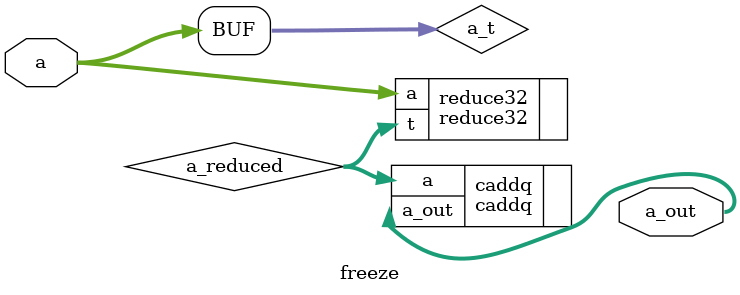
<source format=v>

module freeze(
	input signed [31:0] a,
	output signed [31:0] a_out
);
wire signed [31:0] a_t,a_reduced;
assign a_t = a;
reduce32 reduce32(
	.a(a_t),.t(a_reduced)
);
caddq caddq(
	.a(a_reduced),.a_out(a_out)

);
endmodule 
</source>
